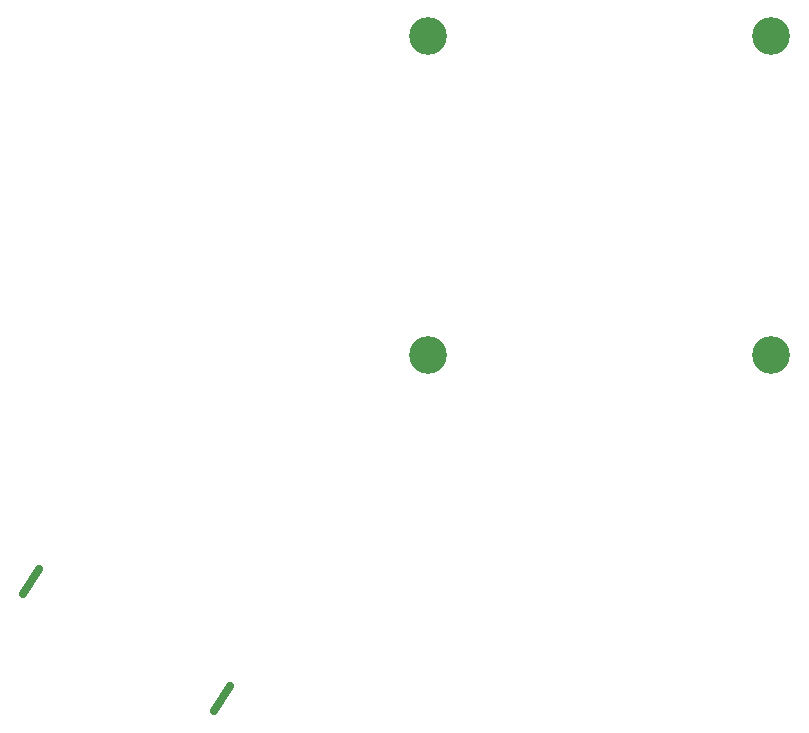
<source format=gbr>
%TF.GenerationSoftware,KiCad,Pcbnew,(5.0.2)-1*%
%TF.CreationDate,2019-02-03T16:15:01+01:00*%
%TF.ProjectId,V1,56312e6b-6963-4616-945f-706362585858,rev?*%
%TF.SameCoordinates,PX5b8d800PY6453980*%
%TF.FileFunction,NonPlated,1,2,NPTH,Mixed*%
%TF.FilePolarity,Positive*%
%FSLAX46Y46*%
G04 Gerber Fmt 4.6, Leading zero omitted, Abs format (unit mm)*
G04 Created by KiCad (PCBNEW (5.0.2)-1) date 02/03/19 16:15:01*
%MOMM*%
%LPD*%
G01*
G04 APERTURE LIST*
%TA.AperFunction,Slot*%
%ADD10C,0.700000*%
%TD*%
%TA.AperFunction,ComponentDrill*%
%ADD11C,3.200000*%
%TD*%
G04 APERTURE END LIST*
D10*
%TO.C,J3*%
X8134399Y19513060D02*
X6809601Y17392940D01*
X22938601Y7486940D02*
X24263399Y9607060D01*
D11*
%TO.C,U2*%
X41100000Y64650000D03*
X41100000Y37650000D03*
X70100000Y64650000D03*
X70100000Y37650000D03*
M02*

</source>
